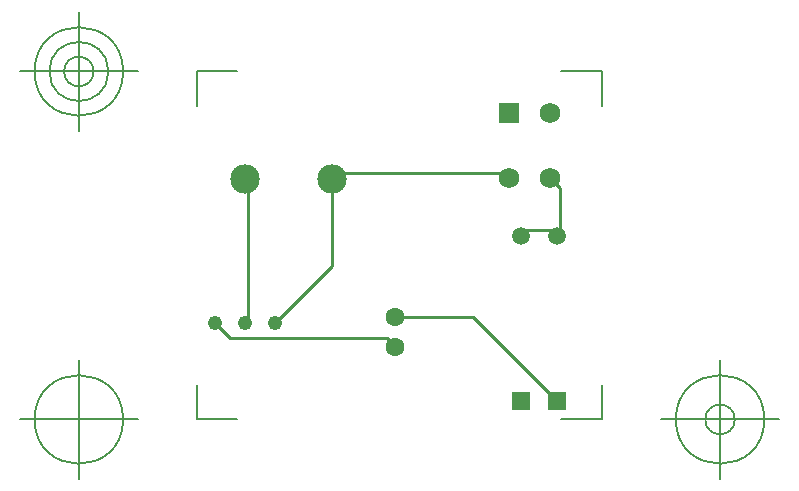
<source format=gbr>
G04 Generated by Ultiboard 14.2 *
%FSLAX24Y24*%
%MOIN*%

%ADD10C,0.0001*%
%ADD11C,0.0100*%
%ADD12C,0.0050*%
%ADD13C,0.0633*%
%ADD14C,0.0490*%
%ADD15C,0.0983*%
%ADD16C,0.0690*%
%ADD17R,0.0690X0.0690*%
%ADD18C,0.0591*%
%ADD19R,0.0591X0.0591*%


G04 ColorRGB 00FF00 for the following layer *
%LNCopper Top*%
%LPD*%
G54D10*
G54D11*
X6200Y-5000D02*
X3400Y-2200D01*
X-4700Y-2900D02*
X550Y-2900D01*
X-5200Y-2400D02*
X-4700Y-2900D01*
X550Y-2900D02*
X800Y-3150D01*
X800Y-3200D01*
X-4100Y2300D02*
X-4100Y-2300D01*
X-4200Y-2400D02*
X-4100Y-2300D01*
X-3200Y-2400D02*
X-1300Y-500D01*
X3400Y-2200D02*
X800Y-2200D01*
X-1300Y-500D02*
X-1300Y2392D01*
X6000Y700D02*
X5188Y700D01*
X5000Y512D02*
X5188Y700D01*
X6200Y500D02*
X6000Y700D01*
X6200Y512D02*
X6300Y612D01*
X6300Y2100D01*
X-4200Y2400D02*
X-4100Y2300D01*
X4435Y2600D02*
X-1092Y2600D01*
X-1292Y2400D01*
X4600Y2435D02*
X4435Y2600D01*
X6000Y2400D02*
X6300Y2100D01*
G54D12*
X-5800Y-5600D02*
X-5800Y-4440D01*
X-5800Y-5600D02*
X-4450Y-5600D01*
X7700Y-5600D02*
X6350Y-5600D01*
X7700Y-5600D02*
X7700Y-4440D01*
X7700Y6000D02*
X7700Y4840D01*
X7700Y6000D02*
X6350Y6000D01*
X-5800Y6000D02*
X-4450Y6000D01*
X-5800Y6000D02*
X-5800Y4840D01*
X-7769Y-5600D02*
X-11706Y-5600D01*
X-9737Y-7569D02*
X-9737Y-3632D01*
X-11213Y-5600D02*
G75*
D01*
G02X-11213Y-5600I1476J0*
G01*
X9669Y-5600D02*
X13606Y-5600D01*
X11637Y-7569D02*
X11637Y-3632D01*
X10161Y-5600D02*
G75*
D01*
G02X10161Y-5600I1476J0*
G01*
X11145Y-5600D02*
G75*
D01*
G02X11145Y-5600I492J0*
G01*
X-7769Y6000D02*
X-11706Y6000D01*
X-9737Y4031D02*
X-9737Y7969D01*
X-11213Y6000D02*
G75*
D01*
G02X-11213Y6000I1476J0*
G01*
X-10721Y6000D02*
G75*
D01*
G02X-10721Y6000I984J0*
G01*
X-10229Y6000D02*
G75*
D01*
G02X-10229Y6000I492J0*
G01*
G54D13*
X800Y-3200D03*
X800Y-2200D03*
G54D14*
X-5200Y-2400D03*
X-4200Y-2400D03*
X-3200Y-2400D03*
G54D15*
X-4200Y2400D03*
X-1283Y2400D03*
G54D16*
X5978Y2435D03*
X4600Y2435D03*
X5978Y4600D03*
G54D17*
X4600Y4600D03*
G54D18*
X5000Y512D03*
X6200Y512D03*
G54D19*
X5000Y-5000D03*
X6200Y-5000D03*

M02*

</source>
